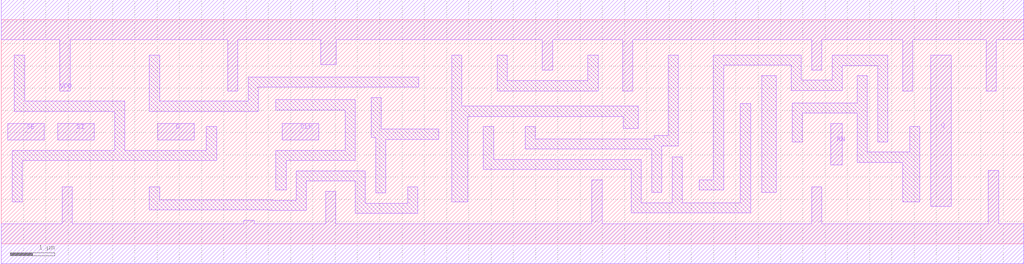
<source format=lef>
# Copyright 2022 GlobalFoundries PDK Authors
#
# Licensed under the Apache License, Version 2.0 (the "License");
# you may not use this file except in compliance with the License.
# You may obtain a copy of the License at
#
#      http://www.apache.org/licenses/LICENSE-2.0
#
# Unless required by applicable law or agreed to in writing, software
# distributed under the License is distributed on an "AS IS" BASIS,
# WITHOUT WARRANTIES OR CONDITIONS OF ANY KIND, either express or implied.
# See the License for the specific language governing permissions and
# limitations under the License.

MACRO gf180mcu_fd_sc_mcu9t5v0__sdffrnq_1
  CLASS core ;
  FOREIGN gf180mcu_fd_sc_mcu9t5v0__sdffrnq_1 0.0 0.0 ;
  ORIGIN 0 0 ;
  SYMMETRY X Y ;
  SITE GF018hv5v_green_sc9 ;
  SIZE 22.96 BY 5.04 ;
  PIN D
    DIRECTION INPUT ;
    ANTENNAGATEAREA 0.848 ;
    PORT
      LAYER METAL1 ;
        POLYGON 3.51 2.33 4.33 2.33 4.33 2.71 3.51 2.71  ;
    END
  END D
  PIN RN
    DIRECTION INPUT ;
    ANTENNAGATEAREA 1.696 ;
    PORT
      LAYER METAL1 ;
        POLYGON 18.63 1.77 18.89 1.77 18.89 2.71 18.63 2.71  ;
    END
  END RN
  PIN SE
    DIRECTION INPUT ;
    ANTENNAGATEAREA 1.696 ;
    PORT
      LAYER METAL1 ;
        POLYGON 0.15 2.33 0.97 2.33 0.97 2.71 0.15 2.71  ;
    END
  END SE
  PIN SI
    DIRECTION INPUT ;
    ANTENNAGATEAREA 0.848 ;
    PORT
      LAYER METAL1 ;
        POLYGON 1.27 2.33 2.09 2.33 2.09 2.71 1.27 2.71  ;
    END
  END SI
  PIN CLK
    DIRECTION INPUT ;
    USE clock ;
    ANTENNAGATEAREA 1.164 ;
    PORT
      LAYER METAL1 ;
        POLYGON 6.31 2.33 7.13 2.33 7.13 2.71 6.31 2.71  ;
    END
  END CLK
  PIN Q
    DIRECTION OUTPUT ;
    ANTENNADIFFAREA 1.386 ;
    PORT
      LAYER METAL1 ;
        POLYGON 20.87 0.845 21.33 0.845 21.33 4.25 20.87 4.25  ;
    END
  END Q
  PIN VDD
    DIRECTION INOUT ;
    USE power ;
    SHAPE ABUTMENT ;
    PORT
      LAYER METAL1 ;
        POLYGON 0 4.59 1.315 4.59 1.315 3.44 1.545 3.44 1.545 4.59 5.085 4.59 5.085 3.44 5.315 3.44 5.315 4.59 7.18 4.59 7.18 4.03 7.52 4.03 7.52 4.59 9.38 4.59 9.82 4.59 12.155 4.59 12.155 3.91 12.385 3.91 12.385 4.59 13.405 4.59 13.955 4.59 13.955 3.44 14.185 3.44 14.185 4.59 14.31 4.59 15.205 4.59 18.2 4.59 18.2 3.91 18.43 3.91 18.43 4.59 19.91 4.59 20.24 4.59 20.24 3.44 20.47 3.44 20.47 4.59 20.63 4.59 22.12 4.59 22.12 3.44 22.35 3.44 22.35 4.59 22.96 4.59 22.96 5.49 20.63 5.49 19.91 5.49 15.205 5.49 14.31 5.49 13.405 5.49 9.82 5.49 9.38 5.49 0 5.49  ;
    END
  END VDD
  PIN VSS
    DIRECTION INOUT ;
    USE ground ;
    SHAPE ABUTMENT ;
    PORT
      LAYER METAL1 ;
        POLYGON 0 -0.45 22.96 -0.45 22.96 0.45 22.4 0.45 22.4 1.655 22.17 1.655 22.17 0.45 18.43 0.45 18.43 1.275 18.2 1.275 18.2 0.45 13.495 0.45 13.495 1.44 13.265 1.44 13.265 0.45 7.515 0.45 7.515 1.18 7.285 1.18 7.285 0.45 5.68 0.45 5.68 0.53 5.45 0.53 5.45 0.45 1.595 0.45 1.595 1.285 1.365 1.285 1.365 0.45 0 0.45  ;
    END
  END VSS
  OBS
      LAYER METAL1 ;
        POLYGON 0.295 2.98 2.545 2.98 2.545 2.1 0.245 2.1 0.245 0.945 0.475 0.945 0.475 1.87 4.835 1.87 4.835 2.635 4.605 2.635 4.605 2.1 2.775 2.1 2.775 3.21 0.525 3.21 0.525 4.25 0.295 4.25  ;
        POLYGON 6.16 3.01 7.725 3.01 7.725 2.1 6.165 2.1 6.165 1.21 6.395 1.21 6.395 1.87 7.955 1.87 7.955 3.24 6.16 3.24  ;
        POLYGON 3.325 0.76 6.025 0.76 6.025 0.75 6.855 0.75 6.855 1.41 7.945 1.41 7.945 0.68 9.355 0.68 9.355 1.275 9.125 1.275 9.125 0.91 8.175 0.91 8.175 1.64 6.625 1.64 6.625 0.98 6.095 0.98 6.095 0.99 3.555 0.99 3.555 1.285 3.325 1.285  ;
        POLYGON 3.325 2.98 5.775 2.98 5.775 3.525 9.38 3.525 9.38 3.755 5.545 3.755 5.545 3.21 3.555 3.21 3.555 4.25 3.325 4.25  ;
        POLYGON 8.305 2.39 8.405 2.39 8.405 1.14 8.635 1.14 8.635 2.35 9.82 2.35 9.82 2.58 8.535 2.58 8.535 3.295 8.305 3.295  ;
        POLYGON 11.135 3.44 13.405 3.44 13.405 4.25 13.175 4.25 13.175 3.67 11.365 3.67 11.365 4.25 11.135 4.25  ;
        POLYGON 10.115 0.945 10.475 0.945 10.475 2.865 13.97 2.865 13.97 2.59 14.31 2.59 14.31 3.095 10.345 3.095 10.345 4.25 10.115 4.25  ;
        POLYGON 11.765 2.13 14.605 2.13 14.605 1.155 14.835 1.155 14.835 2.205 15.205 2.205 15.205 4.25 14.975 4.25 14.975 2.435 14.665 2.435 14.665 2.36 11.995 2.36 11.995 2.635 11.765 2.635  ;
        POLYGON 10.825 1.67 14.145 1.67 14.145 0.695 16.83 0.695 16.83 3.15 16.6 3.15 16.6 0.925 15.295 0.925 15.295 1.955 15.065 1.955 15.065 0.925 14.375 0.925 14.375 1.9 11.055 1.9 11.055 2.635 10.825 2.635  ;
        POLYGON 17.08 1.155 17.41 1.155 17.41 3.78 17.08 3.78  ;
        POLYGON 15.67 1.21 16.225 1.21 16.225 4.02 17.74 4.02 17.74 3.45 18.89 3.45 18.89 4.01 19.68 4.01 19.68 2.295 19.91 2.295 19.91 4.24 18.66 4.24 18.66 3.68 17.97 3.68 17.97 4.25 15.995 4.25 15.995 1.44 15.67 1.44  ;
        POLYGON 17.76 2.295 17.99 2.295 17.99 2.94 19.22 2.94 19.22 1.835 20.24 1.835 20.24 0.945 20.63 0.945 20.63 2.635 20.4 2.635 20.4 2.065 19.45 2.065 19.45 3.78 19.22 3.78 19.22 3.17 17.76 3.17  ;
  END
END gf180mcu_fd_sc_mcu9t5v0__sdffrnq_1

</source>
